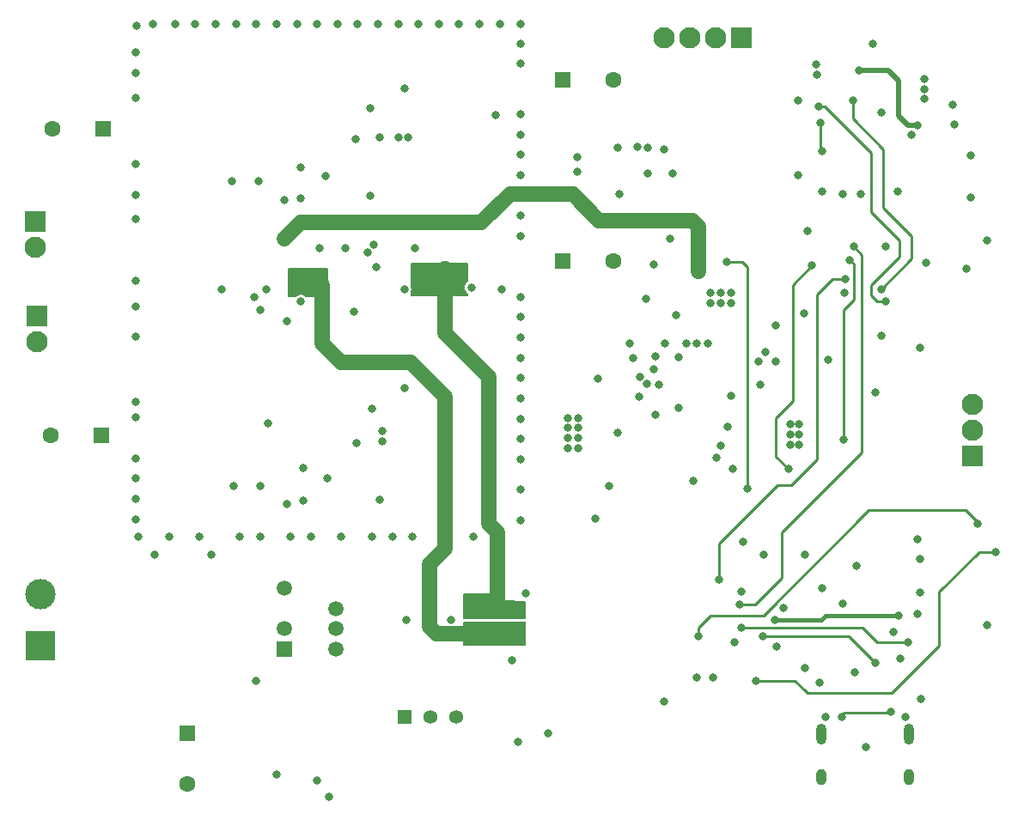
<source format=gbr>
%TF.GenerationSoftware,KiCad,Pcbnew,(6.0.0-0)*%
%TF.CreationDate,2022-09-04T12:08:37+02:00*%
%TF.ProjectId,RIAA_ADC,52494141-5f41-4444-932e-6b696361645f,rev?*%
%TF.SameCoordinates,Original*%
%TF.FileFunction,Copper,L4,Bot*%
%TF.FilePolarity,Positive*%
%FSLAX46Y46*%
G04 Gerber Fmt 4.6, Leading zero omitted, Abs format (unit mm)*
G04 Created by KiCad (PCBNEW (6.0.0-0)) date 2022-09-04 12:08:37*
%MOMM*%
%LPD*%
G01*
G04 APERTURE LIST*
%TA.AperFunction,ComponentPad*%
%ADD10R,1.600000X1.600000*%
%TD*%
%TA.AperFunction,ComponentPad*%
%ADD11C,1.600000*%
%TD*%
%TA.AperFunction,ComponentPad*%
%ADD12R,1.500000X1.500000*%
%TD*%
%TA.AperFunction,ComponentPad*%
%ADD13C,1.500000*%
%TD*%
%TA.AperFunction,ComponentPad*%
%ADD14R,2.100000X2.100000*%
%TD*%
%TA.AperFunction,ComponentPad*%
%ADD15C,2.100000*%
%TD*%
%TA.AperFunction,ComponentPad*%
%ADD16R,1.358000X1.358000*%
%TD*%
%TA.AperFunction,ComponentPad*%
%ADD17C,1.358000*%
%TD*%
%TA.AperFunction,ComponentPad*%
%ADD18O,1.000000X1.600000*%
%TD*%
%TA.AperFunction,ComponentPad*%
%ADD19O,1.000000X2.100000*%
%TD*%
%TA.AperFunction,ComponentPad*%
%ADD20R,3.000000X3.000000*%
%TD*%
%TA.AperFunction,ComponentPad*%
%ADD21C,3.000000*%
%TD*%
%TA.AperFunction,ViaPad*%
%ADD22C,0.800000*%
%TD*%
%TA.AperFunction,Conductor*%
%ADD23C,1.500000*%
%TD*%
%TA.AperFunction,Conductor*%
%ADD24C,0.400000*%
%TD*%
%TA.AperFunction,Conductor*%
%ADD25C,0.250000*%
%TD*%
%TA.AperFunction,Conductor*%
%ADD26C,0.500000*%
%TD*%
G04 APERTURE END LIST*
D10*
%TO.P,C22,1*%
%TO.N,Net-(C22-Pad1)*%
X192800000Y-65775000D03*
D11*
%TO.P,C22,2*%
%TO.N,PHONO_OUT_L*%
X197800000Y-65775000D03*
%TD*%
D12*
%TO.P,U4,1,+VINVCC*%
%TO.N,Net-(C27-Pad1)*%
X165375151Y-104057500D03*
D13*
%TO.P,U4,2,-VINGND*%
%TO.N,GND*%
X165375151Y-102057500D03*
%TO.P,U4,4,ON/OFF*%
%TO.N,unconnected-(U4-Pad4)*%
X165375151Y-98057500D03*
%TO.P,U4,5,-VOUT*%
%TO.N,Net-(C37-Pad2)*%
X170455151Y-104057500D03*
%TO.P,U4,6,GND*%
%TO.N,GND*%
X170455151Y-102057500D03*
%TO.P,U4,7,+VOUT*%
%TO.N,Net-(C39-Pad1)*%
X170455151Y-100057500D03*
%TD*%
D10*
%TO.P,C23,1*%
%TO.N,Net-(C23-Pad1)*%
X192800000Y-47975000D03*
D11*
%TO.P,C23,2*%
%TO.N,PHONO_OUT_R*%
X197800000Y-47975000D03*
%TD*%
D14*
%TO.P,J1,1,Pin_1*%
%TO.N,GND*%
X141000000Y-71230000D03*
D15*
%TO.P,J1,2,Pin_2*%
%TO.N,Net-(C2-Pad1)*%
X141000000Y-73770000D03*
%TD*%
D14*
%TO.P,J3,1,Pin_1*%
%TO.N,PHONO_OUT_L*%
X210400000Y-43800000D03*
D15*
%TO.P,J3,2,Pin_2*%
%TO.N,GND*%
X207860000Y-43800000D03*
%TO.P,J3,3,Pin_3*%
%TO.N,PHONO_OUT_R*%
X205320000Y-43800000D03*
%TO.P,J3,4,Pin_4*%
%TO.N,GND*%
X202780000Y-43800000D03*
%TD*%
D14*
%TO.P,J2,1,Pin_1*%
%TO.N,GND*%
X140800000Y-61930000D03*
D15*
%TO.P,J2,2,Pin_2*%
%TO.N,Net-(C3-Pad1)*%
X140800000Y-64470000D03*
%TD*%
D16*
%TO.P,PS1,1,+VIN*%
%TO.N,Net-(C51-Pad1)*%
X177262651Y-110762500D03*
D17*
%TO.P,PS1,2,GND*%
%TO.N,GND*%
X179802651Y-110762500D03*
%TO.P,PS1,3,+VOUT*%
%TO.N,Net-(C59-Pad1)*%
X182342651Y-110762500D03*
%TD*%
D18*
%TO.P,J5,S1,SHIELD*%
%TO.N,GND*%
X226920000Y-116675000D03*
D19*
X226920000Y-112495000D03*
X218280000Y-112495000D03*
D18*
X218280000Y-116675000D03*
%TD*%
D10*
%TO.P,C5,1*%
%TO.N,Net-(C5-Pad1)*%
X147300000Y-83000000D03*
D11*
%TO.P,C5,2*%
%TO.N,GND*%
X142300000Y-83000000D03*
%TD*%
D14*
%TO.P,J7,1,Pin_1*%
%TO.N,+3.3VA*%
X233200000Y-85000000D03*
D15*
%TO.P,J7,2,Pin_2*%
%TO.N,Net-(J7-Pad2)*%
X233200000Y-82460000D03*
%TO.P,J7,3,Pin_3*%
%TO.N,GND*%
X233200000Y-79920000D03*
%TD*%
D10*
%TO.P,C6,1*%
%TO.N,Net-(C6-Pad1)*%
X147500000Y-52800000D03*
D11*
%TO.P,C6,2*%
%TO.N,GND*%
X142500000Y-52800000D03*
%TD*%
D10*
%TO.P,C45,1*%
%TO.N,VCC*%
X155802651Y-112375000D03*
D11*
%TO.P,C45,2*%
%TO.N,GND*%
X155802651Y-117375000D03*
%TD*%
D20*
%TO.P,J6,1,Pin_1*%
%TO.N,GND*%
X141300000Y-103740000D03*
D21*
%TO.P,J6,2,Pin_2*%
%TO.N,VCC*%
X141300000Y-98660000D03*
%TD*%
D22*
%TO.N,Net-(C5-Pad1)*%
X163800000Y-81800000D03*
%TO.N,GND*%
X188400000Y-113200000D03*
X225400000Y-102400000D03*
X169800000Y-118600000D03*
X150702651Y-67775000D03*
X201802651Y-66175000D03*
X158600000Y-42400000D03*
X164600000Y-116400000D03*
X193302651Y-82275000D03*
X197402651Y-87975000D03*
X188650000Y-81350000D03*
X213900000Y-103800000D03*
X228002651Y-74375000D03*
X193302651Y-81275000D03*
X220602651Y-68975000D03*
X214600000Y-100000000D03*
X188650000Y-46350000D03*
X160402651Y-87975000D03*
X188650000Y-61350000D03*
X216100000Y-82900000D03*
X166000000Y-93000000D03*
X158200000Y-94800000D03*
X205700000Y-87500000D03*
X151000000Y-93000000D03*
X226050000Y-105025000D03*
X194302651Y-84275000D03*
X156600000Y-42400000D03*
X188650000Y-85350000D03*
X152425000Y-42400000D03*
X220402651Y-59175000D03*
X164600000Y-42400000D03*
X209600000Y-86300000D03*
X173802651Y-50775000D03*
X228000000Y-95200000D03*
X162802651Y-57975000D03*
X233002651Y-59575000D03*
X227800000Y-100600000D03*
X224202651Y-51199500D03*
X160202651Y-57975000D03*
X188650000Y-75350000D03*
X184600000Y-42400000D03*
X188650000Y-55350000D03*
X178000000Y-93000000D03*
X162600000Y-42400000D03*
X189200000Y-98600000D03*
X223400000Y-44400000D03*
X209402651Y-68975000D03*
X216602651Y-70975000D03*
X165402651Y-59775000D03*
X228602651Y-65975000D03*
X212600000Y-94800000D03*
X174002651Y-80375000D03*
X188650000Y-51350000D03*
X188650000Y-77350000D03*
X220400000Y-99600000D03*
X210400000Y-98400000D03*
X225802651Y-58975000D03*
X177402651Y-101175000D03*
X218402651Y-58975000D03*
X213800000Y-75700000D03*
X188650000Y-73350000D03*
X188650000Y-57350000D03*
X204002651Y-71175000D03*
X150750000Y-59250000D03*
X168802651Y-64575000D03*
X188650000Y-69350000D03*
X212802651Y-74775000D03*
X196252651Y-77425000D03*
X203402651Y-63575000D03*
X174000000Y-93000000D03*
X219002651Y-75575000D03*
X204200000Y-80300000D03*
X194302651Y-82275000D03*
X186600000Y-42400000D03*
X182600000Y-42400000D03*
X194202651Y-55575000D03*
X218750000Y-110750000D03*
X215200000Y-82900000D03*
X191400000Y-112400000D03*
X150750000Y-89250000D03*
X216002651Y-57375000D03*
X198402651Y-59175000D03*
X154600000Y-42400000D03*
X193302651Y-83275000D03*
X188650000Y-91350000D03*
X150750000Y-45250000D03*
X194202651Y-56975000D03*
X159202651Y-68575000D03*
X184000000Y-93000000D03*
X150750000Y-79700000D03*
X168600000Y-42400000D03*
X196002651Y-91175000D03*
X177202651Y-78375000D03*
X218100000Y-107400000D03*
X223600000Y-78800000D03*
X221800000Y-95900000D03*
X207402651Y-68975000D03*
X168000000Y-93000000D03*
X161000000Y-93000000D03*
X163000000Y-93000000D03*
X208402651Y-68975000D03*
X150750000Y-85250000D03*
X231202651Y-50375000D03*
X178600000Y-42400000D03*
X150702651Y-70297349D03*
X201202651Y-57175000D03*
X206000000Y-106900000D03*
X188650000Y-83350000D03*
X177202651Y-48775000D03*
X232602651Y-66575000D03*
X150702651Y-73297349D03*
X181802651Y-101175000D03*
X165602651Y-89775000D03*
X209700000Y-103400000D03*
X150750000Y-91250000D03*
X198202651Y-82775000D03*
X188650000Y-53350000D03*
X228000000Y-98500000D03*
X150750000Y-56250000D03*
X233002651Y-55375000D03*
X212100000Y-75700000D03*
X188650000Y-71350000D03*
X202800000Y-109200000D03*
X177202651Y-68575000D03*
X215200000Y-81900000D03*
X176600000Y-42400000D03*
X222202651Y-59175000D03*
X187800000Y-105200000D03*
X162602651Y-107175000D03*
X165602651Y-71775000D03*
X170600000Y-42400000D03*
X188650000Y-88350000D03*
X226600000Y-110775000D03*
X188650000Y-44350000D03*
X201002651Y-69575000D03*
X168600000Y-117000000D03*
X171402651Y-64575000D03*
X163002651Y-87975000D03*
X150750000Y-47250000D03*
X208402651Y-69975000D03*
X227202651Y-53375000D03*
X216100000Y-83900000D03*
X188650000Y-42400000D03*
X224200000Y-73200000D03*
X231402651Y-52375000D03*
X216002651Y-49975000D03*
X154000000Y-93000000D03*
X183800000Y-68400000D03*
X234602651Y-63775000D03*
X173802651Y-59375000D03*
X150800000Y-42600000D03*
X150750000Y-87250000D03*
X166600000Y-42400000D03*
X216700000Y-94800000D03*
X152600000Y-94800000D03*
X150750000Y-49700000D03*
X157000000Y-93000000D03*
X193302651Y-84275000D03*
X172600000Y-42400000D03*
X215200000Y-83900000D03*
X194302651Y-81275000D03*
X209400000Y-79100000D03*
X221600000Y-106400000D03*
X178202651Y-64575000D03*
X180600000Y-42400000D03*
X188650000Y-63350000D03*
X176000000Y-93000000D03*
X167000000Y-69800000D03*
X188650000Y-79350000D03*
X150750000Y-81250000D03*
X174802651Y-89375000D03*
X160600000Y-42400000D03*
X174600000Y-42400000D03*
X209402651Y-69975000D03*
X207402651Y-69975000D03*
X150750000Y-61700000D03*
X194302651Y-83275000D03*
X216100000Y-81900000D03*
X171000000Y-93000000D03*
%TO.N,-12VA*%
X167800000Y-62000000D03*
X167200000Y-86200000D03*
X163000000Y-70600000D03*
X169400000Y-57400000D03*
X167000000Y-59600000D03*
X169600000Y-87200000D03*
X162400000Y-69400000D03*
X166400000Y-62600000D03*
X163600000Y-68600000D03*
X167200000Y-89400000D03*
X205600000Y-61800000D03*
X206200000Y-66800000D03*
X169800000Y-62000000D03*
X165400000Y-63600000D03*
X167000000Y-56600000D03*
X206200000Y-65400000D03*
X206400000Y-62800000D03*
%TO.N,+12VA*%
X174400000Y-66400000D03*
X176602651Y-53575000D03*
X202800000Y-54800000D03*
X173600000Y-65000000D03*
X172460000Y-83740000D03*
X200202651Y-54575000D03*
X201202651Y-54600000D03*
X177602651Y-53575000D03*
X174202651Y-64175000D03*
X175002651Y-82575000D03*
X174802651Y-53575000D03*
X175002651Y-83575000D03*
X198202651Y-54637500D03*
X172200000Y-70800000D03*
X172400000Y-53800000D03*
%TO.N,Net-(C22-Pad1)*%
X186802651Y-68602651D03*
%TO.N,PHONO_OUT_L*%
X203602651Y-57175000D03*
%TO.N,Net-(C23-Pad1)*%
X186202651Y-51375000D03*
%TO.N,+3V3*%
X216650000Y-105975000D03*
X207962500Y-85162500D03*
X208347389Y-84022389D03*
X234600000Y-101700000D03*
X218375000Y-98025000D03*
X207600000Y-106900000D03*
X227800000Y-93200000D03*
X210575000Y-93500000D03*
%TO.N,+15V*%
X186402651Y-99975000D03*
X187802651Y-99975000D03*
X178438826Y-66938826D03*
X178513826Y-68486174D03*
X181200000Y-66600000D03*
X181200000Y-68500000D03*
X184802651Y-99975000D03*
%TO.N,-15V*%
X167525000Y-67775000D03*
X186602651Y-102575000D03*
X184802651Y-102575000D03*
X188202651Y-102575000D03*
X168626325Y-67726325D03*
%TO.N,+3.3VA*%
X228427651Y-47872349D03*
X216902651Y-62875000D03*
X228427651Y-48872349D03*
X213802651Y-72175000D03*
X224602651Y-64375000D03*
X228427651Y-49772349D03*
%TO.N,+5V*%
X202852011Y-73897989D03*
X201950000Y-80925000D03*
X217850000Y-47450000D03*
X200350000Y-79225000D03*
X201975000Y-75200000D03*
X200400000Y-77200000D03*
X217800000Y-46450000D03*
X202300000Y-78000000D03*
X212300000Y-78000000D03*
X201775000Y-76450000D03*
X205002011Y-73897989D03*
X201100000Y-77900000D03*
X199400000Y-73975000D03*
X199775000Y-75350000D03*
X204200000Y-75250000D03*
X207125640Y-73897989D03*
X209062000Y-82138000D03*
X206002011Y-73897989D03*
%TO.N,SWDIO*%
X206200000Y-102800000D03*
X233700000Y-91700000D03*
%TO.N,SWCLK*%
X211825000Y-107200000D03*
X235475000Y-94475000D03*
%TO.N,/NRST*%
X213700000Y-101175000D03*
X225875000Y-100750000D03*
%TO.N,VBUS*%
X220300000Y-110800000D03*
X225150000Y-110250000D03*
%TO.N,USB_D_ESD+*%
X228075000Y-108975000D03*
X222725000Y-113750000D03*
%TO.N,MOSI_WM*%
X217372475Y-66272475D03*
X215037500Y-86337500D03*
%TO.N,RST_WM*%
X209000000Y-65900000D03*
X211000000Y-88225000D03*
%TO.N,Net-(R24-Pad2)*%
X218208288Y-52167374D03*
X218402651Y-54975000D03*
%TO.N,SS_WM*%
X220700000Y-67600000D03*
X208225000Y-97200000D03*
%TO.N,SCLK_WM*%
X210275000Y-99700000D03*
X221500000Y-64400000D03*
%TO.N,MISO_WM*%
X220500000Y-83425000D03*
X221100000Y-65700000D03*
%TO.N,USB_DM*%
X226800000Y-103400000D03*
X210375000Y-101950000D03*
%TO.N,USB_DP*%
X212500000Y-102825000D03*
X223625000Y-105450000D03*
%TO.N,DOUT_ADC*%
X218002651Y-50575000D03*
X224602651Y-69775000D03*
%TO.N,BCK_ADC*%
X224202651Y-68575000D03*
X221402651Y-49975000D03*
%TO.N,Net-(C63-Pad1)*%
X227752651Y-52425000D03*
X222000000Y-47000000D03*
%TD*%
D23*
%TO.N,-12VA*%
X196400000Y-61800000D02*
X205600000Y-61800000D01*
D24*
X205600000Y-61800000D02*
X205600000Y-62000000D01*
X205600000Y-62000000D02*
X206400000Y-62800000D01*
D23*
X184800000Y-62000000D02*
X187600000Y-59200000D01*
X169800000Y-62000000D02*
X184800000Y-62000000D01*
X167000000Y-62000000D02*
X167800000Y-62000000D01*
X193800000Y-59200000D02*
X196400000Y-61800000D01*
X206200000Y-62400000D02*
X205600000Y-61800000D01*
X206200000Y-66800000D02*
X206200000Y-62400000D01*
X187600000Y-59200000D02*
X193800000Y-59200000D01*
X165400000Y-63600000D02*
X166400000Y-62600000D01*
X166400000Y-62600000D02*
X167000000Y-62000000D01*
X167800000Y-62000000D02*
X169800000Y-62000000D01*
%TO.N,+15V*%
X185500000Y-77200000D02*
X185500000Y-91700000D01*
X187802651Y-99975000D02*
X184802651Y-99975000D01*
X186402651Y-92602651D02*
X185500000Y-91700000D01*
X186402651Y-99975000D02*
X186402651Y-92602651D01*
X181200000Y-66600000D02*
X181200000Y-72900000D01*
X181200000Y-72900000D02*
X185500000Y-77200000D01*
%TO.N,-15V*%
X177800000Y-75800000D02*
X181200000Y-79200000D01*
X169100000Y-68700000D02*
X169100000Y-73900000D01*
X171000000Y-75800000D02*
X177800000Y-75800000D01*
X179700000Y-95700000D02*
X179700000Y-101900000D01*
X169100000Y-68200000D02*
X168626325Y-67726325D01*
X181200000Y-94200000D02*
X179700000Y-95700000D01*
X167525000Y-67775000D02*
X168577650Y-67775000D01*
X169100000Y-68700000D02*
X169100000Y-68200000D01*
X188202651Y-102575000D02*
X184802651Y-102575000D01*
X180375000Y-102575000D02*
X184802651Y-102575000D01*
X179700000Y-101900000D02*
X180375000Y-102575000D01*
X181200000Y-79200000D02*
X181200000Y-94200000D01*
X169100000Y-73900000D02*
X171000000Y-75800000D01*
D25*
%TO.N,SWDIO*%
X212600000Y-100775000D02*
X222975000Y-90400000D01*
X212125000Y-100775000D02*
X212600000Y-100775000D01*
X222975000Y-90400000D02*
X232550000Y-90400000D01*
X206200000Y-102800000D02*
X206200000Y-101925000D01*
X232550000Y-90400000D02*
X233700000Y-91550000D01*
X207350000Y-100775000D02*
X212125000Y-100775000D01*
X233700000Y-91550000D02*
X233700000Y-91700000D01*
X206200000Y-101925000D02*
X207350000Y-100775000D01*
%TO.N,SWCLK*%
X229925000Y-98400000D02*
X229925000Y-103750000D01*
X233850000Y-94475000D02*
X229925000Y-98400000D01*
X215675000Y-107200000D02*
X216650000Y-108175000D01*
X214625000Y-107200000D02*
X215675000Y-107200000D01*
X235475000Y-94475000D02*
X233850000Y-94475000D01*
X229925000Y-103750000D02*
X225250000Y-108425000D01*
X225250000Y-108425000D02*
X221850000Y-108425000D01*
X211825000Y-107200000D02*
X214625000Y-107200000D01*
X216900000Y-108425000D02*
X221850000Y-108425000D01*
X216650000Y-108175000D02*
X216900000Y-108425000D01*
D24*
%TO.N,/NRST*%
X218325000Y-101175000D02*
X213700000Y-101175000D01*
X225875000Y-100750000D02*
X218750000Y-100750000D01*
X218750000Y-100750000D02*
X218325000Y-101175000D01*
D25*
%TO.N,VBUS*%
X220600000Y-110300000D02*
X220300000Y-110600000D01*
X225100000Y-110300000D02*
X220700000Y-110300000D01*
X220700000Y-110300000D02*
X220600000Y-110300000D01*
X225150000Y-110250000D02*
X225100000Y-110300000D01*
X220300000Y-110600000D02*
X220300000Y-110800000D01*
%TO.N,MOSI_WM*%
X217372475Y-66272475D02*
X215500000Y-68144950D01*
X213800000Y-81300000D02*
X213800000Y-85100000D01*
X215500000Y-79600000D02*
X213800000Y-81300000D01*
X215500000Y-68144950D02*
X215500000Y-79600000D01*
X213800000Y-85100000D02*
X215037500Y-86337500D01*
%TO.N,RST_WM*%
X211000000Y-66400000D02*
X211000000Y-88225000D01*
X209000000Y-65900000D02*
X210500000Y-65900000D01*
X210500000Y-65900000D02*
X211000000Y-66400000D01*
%TO.N,Net-(R24-Pad2)*%
X218208288Y-54780637D02*
X218402651Y-54975000D01*
X218208288Y-52167374D02*
X218208288Y-54780637D01*
%TO.N,SS_WM*%
X217900000Y-85375000D02*
X217900000Y-69100000D01*
X208225000Y-97200000D02*
X208225000Y-93700000D01*
X217900000Y-69100000D02*
X219400000Y-67600000D01*
X208225000Y-93700000D02*
X214000000Y-87925000D01*
X214000000Y-87925000D02*
X215350000Y-87925000D01*
X215350000Y-87925000D02*
X217900000Y-85375000D01*
X219400000Y-67600000D02*
X220700000Y-67600000D01*
%TO.N,SCLK_WM*%
X211750000Y-99700000D02*
X214425000Y-97025000D01*
X210275000Y-99700000D02*
X211750000Y-99700000D01*
X222300000Y-84700000D02*
X222300000Y-65200000D01*
X214425000Y-97025000D02*
X214425000Y-92575000D01*
X214425000Y-92575000D02*
X222300000Y-84700000D01*
X222300000Y-65200000D02*
X221500000Y-64400000D01*
%TO.N,MISO_WM*%
X221500000Y-66100000D02*
X221500000Y-69200000D01*
X221100000Y-65700000D02*
X221500000Y-66100000D01*
X221500000Y-69600000D02*
X220500000Y-70600000D01*
X220500000Y-70600000D02*
X220500000Y-83425000D01*
X221500000Y-69200000D02*
X221500000Y-69600000D01*
%TO.N,USB_DM*%
X222351732Y-101950000D02*
X210375000Y-101950000D01*
X226800000Y-103400000D02*
X223801732Y-103400000D01*
X223801732Y-103400000D02*
X223400866Y-102999134D01*
X223400866Y-102999134D02*
X222351732Y-101950000D01*
%TO.N,USB_DP*%
X223625000Y-105450000D02*
X221300000Y-103125000D01*
X221000000Y-102825000D02*
X212500000Y-102825000D01*
X221300000Y-103125000D02*
X221000000Y-102825000D01*
%TO.N,DOUT_ADC*%
X223202651Y-68175000D02*
X223202651Y-69175000D01*
X223802651Y-69775000D02*
X224602651Y-69775000D01*
X223202651Y-60975000D02*
X226002651Y-63775000D01*
X218602651Y-50575000D02*
X223202651Y-55175000D01*
X226002651Y-65375000D02*
X223202651Y-68175000D01*
X223202651Y-55175000D02*
X223202651Y-60975000D01*
X223202651Y-69175000D02*
X223802651Y-69775000D01*
X218002651Y-50575000D02*
X218602651Y-50575000D01*
X226002651Y-63775000D02*
X226002651Y-65375000D01*
%TO.N,BCK_ADC*%
X221402651Y-49975000D02*
X221402651Y-51775000D01*
X227202651Y-63375000D02*
X227202651Y-65575000D01*
X221402651Y-51775000D02*
X224402651Y-54775000D01*
X224402651Y-60575000D02*
X227202651Y-63375000D01*
X227202651Y-65575000D02*
X224202651Y-68575000D01*
X224402651Y-54775000D02*
X224402651Y-60575000D01*
D26*
%TO.N,Net-(C63-Pad1)*%
X225900000Y-48000000D02*
X225900000Y-51500000D01*
X225900000Y-51500000D02*
X226825000Y-52425000D01*
X224900000Y-47000000D02*
X225900000Y-48000000D01*
X226825000Y-52425000D02*
X227752651Y-52425000D01*
X222000000Y-47000000D02*
X224900000Y-47000000D01*
%TD*%
%TA.AperFunction,Conductor*%
%TO.N,+15V*%
G36*
X186744772Y-98595002D02*
G01*
X186791265Y-98648658D01*
X186802651Y-98701000D01*
X186802651Y-99375000D01*
X189076651Y-99375000D01*
X189144772Y-99395002D01*
X189191265Y-99448658D01*
X189202651Y-99501000D01*
X189202651Y-100993000D01*
X189182649Y-101061121D01*
X189128993Y-101107614D01*
X189076651Y-101119000D01*
X183128651Y-101119000D01*
X183060530Y-101098998D01*
X183014037Y-101045342D01*
X183002651Y-100993000D01*
X183002651Y-98701000D01*
X183022653Y-98632879D01*
X183076309Y-98586386D01*
X183128651Y-98575000D01*
X186676651Y-98575000D01*
X186744772Y-98595002D01*
G37*
%TD.AperFunction*%
%TD*%
%TA.AperFunction,Conductor*%
%TO.N,+15V*%
G36*
X183442121Y-66020002D02*
G01*
X183488614Y-66073658D01*
X183500000Y-66126000D01*
X183500000Y-67739257D01*
X183479998Y-67807378D01*
X183440172Y-67843598D01*
X183441315Y-67845279D01*
X183435030Y-67849550D01*
X183428282Y-67853033D01*
X183422562Y-67858023D01*
X183422559Y-67858025D01*
X183353739Y-67918061D01*
X183308542Y-67957489D01*
X183217175Y-68087492D01*
X183159455Y-68235536D01*
X183158464Y-68243063D01*
X183139705Y-68385544D01*
X183139705Y-68385548D01*
X183138714Y-68393075D01*
X183156151Y-68551013D01*
X183158760Y-68558144D01*
X183158761Y-68558146D01*
X183163525Y-68571163D01*
X183210758Y-68700234D01*
X183214995Y-68706540D01*
X183214997Y-68706543D01*
X183223095Y-68718594D01*
X183299383Y-68832121D01*
X183416909Y-68939062D01*
X183434124Y-68948409D01*
X183484444Y-68998491D01*
X183500000Y-69059139D01*
X183500000Y-69174000D01*
X183479998Y-69242121D01*
X183426342Y-69288614D01*
X183374000Y-69300000D01*
X177926000Y-69300000D01*
X177857879Y-69279998D01*
X177811386Y-69226342D01*
X177800000Y-69174000D01*
X177800000Y-68873622D01*
X177809093Y-68826625D01*
X177809419Y-68825815D01*
X177841439Y-68746163D01*
X177863828Y-68588850D01*
X177863973Y-68575000D01*
X177861934Y-68558146D01*
X177845796Y-68424796D01*
X177845796Y-68424795D01*
X177844883Y-68417253D01*
X177808134Y-68319998D01*
X177800000Y-68275461D01*
X177800000Y-66126000D01*
X177820002Y-66057879D01*
X177873658Y-66011386D01*
X177926000Y-66000000D01*
X183374000Y-66000000D01*
X183442121Y-66020002D01*
G37*
%TD.AperFunction*%
%TD*%
%TA.AperFunction,Conductor*%
%TO.N,-15V*%
G36*
X189144772Y-101395002D02*
G01*
X189191265Y-101448658D01*
X189202651Y-101501000D01*
X189202651Y-103649000D01*
X189182649Y-103717121D01*
X189128993Y-103763614D01*
X189076651Y-103775000D01*
X183128651Y-103775000D01*
X183060530Y-103754998D01*
X183014037Y-103701342D01*
X183002651Y-103649000D01*
X183002651Y-101501000D01*
X183022653Y-101432879D01*
X183076309Y-101386386D01*
X183128651Y-101375000D01*
X189076651Y-101375000D01*
X189144772Y-101395002D01*
G37*
%TD.AperFunction*%
%TD*%
%TA.AperFunction,Conductor*%
%TO.N,-15V*%
G36*
X169642121Y-66520002D02*
G01*
X169688614Y-66573658D01*
X169700000Y-66626000D01*
X169700000Y-69274000D01*
X169679998Y-69342121D01*
X169626342Y-69388614D01*
X169574000Y-69400000D01*
X167584660Y-69400000D01*
X167516539Y-69379998D01*
X167496191Y-69362519D01*
X167496065Y-69362660D01*
X167455302Y-69326342D01*
X167377425Y-69256956D01*
X167236997Y-69182603D01*
X167227251Y-69180155D01*
X167090257Y-69145744D01*
X167090253Y-69145744D01*
X167082886Y-69143893D01*
X167075287Y-69143853D01*
X167075285Y-69143853D01*
X167009461Y-69143509D01*
X166923990Y-69143061D01*
X166916610Y-69144833D01*
X166916608Y-69144833D01*
X166840895Y-69163010D01*
X166769482Y-69180155D01*
X166628282Y-69253033D01*
X166622562Y-69258023D01*
X166622559Y-69258025D01*
X166604247Y-69274000D01*
X166508542Y-69357489D01*
X166507150Y-69359470D01*
X166448582Y-69395551D01*
X166415394Y-69400000D01*
X165826000Y-69400000D01*
X165757879Y-69379998D01*
X165711386Y-69326342D01*
X165700000Y-69274000D01*
X165700000Y-66626000D01*
X165720002Y-66557879D01*
X165773658Y-66511386D01*
X165826000Y-66500000D01*
X169574000Y-66500000D01*
X169642121Y-66520002D01*
G37*
%TD.AperFunction*%
%TD*%
M02*

</source>
